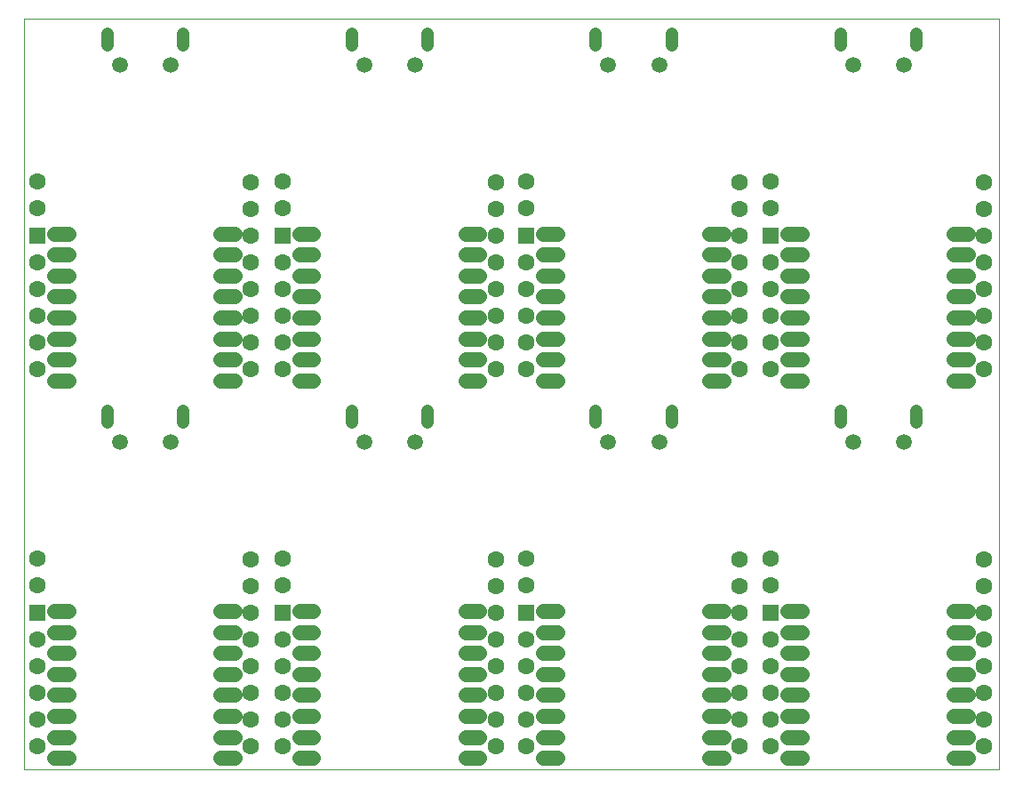
<source format=gbs>
G75*
%MOIN*%
%OFA0B0*%
%FSLAX24Y24*%
%IPPOS*%
%LPD*%
%AMOC8*
5,1,8,0,0,1.08239X$1,22.5*
%
%ADD10C,0.0000*%
%ADD11C,0.0595*%
%ADD12C,0.0477*%
%ADD13C,0.0631*%
%ADD14R,0.0631X0.0631*%
%ADD15C,0.0560*%
D10*
X000881Y000911D02*
X000881Y029051D01*
X037433Y029051D01*
X037433Y000911D01*
X000881Y000911D01*
X003893Y013966D02*
X003893Y014281D01*
X003894Y014298D01*
X003899Y014315D01*
X003906Y014330D01*
X003916Y014344D01*
X003928Y014356D01*
X003942Y014366D01*
X003957Y014373D01*
X003974Y014378D01*
X003991Y014379D01*
X004008Y014378D01*
X004025Y014373D01*
X004040Y014366D01*
X004054Y014356D01*
X004066Y014344D01*
X004076Y014330D01*
X004083Y014315D01*
X004088Y014298D01*
X004089Y014281D01*
X004090Y014281D02*
X004090Y013966D01*
X003991Y013868D02*
X003974Y013869D01*
X003957Y013874D01*
X003942Y013881D01*
X003928Y013891D01*
X003916Y013903D01*
X003906Y013917D01*
X003899Y013932D01*
X003894Y013949D01*
X003893Y013966D01*
X003991Y013868D02*
X004008Y013869D01*
X004025Y013874D01*
X004040Y013881D01*
X004054Y013891D01*
X004066Y013903D01*
X004076Y013917D01*
X004083Y013932D01*
X004088Y013949D01*
X004089Y013966D01*
X006728Y013966D02*
X006728Y014281D01*
X006729Y014298D01*
X006734Y014315D01*
X006741Y014330D01*
X006751Y014344D01*
X006763Y014356D01*
X006777Y014366D01*
X006792Y014373D01*
X006809Y014378D01*
X006826Y014379D01*
X006843Y014378D01*
X006860Y014373D01*
X006875Y014366D01*
X006889Y014356D01*
X006901Y014344D01*
X006911Y014330D01*
X006918Y014315D01*
X006923Y014298D01*
X006924Y014281D01*
X006924Y013966D01*
X006826Y013868D02*
X006809Y013869D01*
X006792Y013874D01*
X006777Y013881D01*
X006763Y013891D01*
X006751Y013903D01*
X006741Y013917D01*
X006734Y013932D01*
X006729Y013949D01*
X006728Y013966D01*
X006826Y013868D02*
X006843Y013869D01*
X006860Y013874D01*
X006875Y013881D01*
X006889Y013891D01*
X006901Y013903D01*
X006911Y013917D01*
X006918Y013932D01*
X006923Y013949D01*
X006924Y013966D01*
X013070Y013966D02*
X013070Y014281D01*
X013071Y014281D02*
X013072Y014298D01*
X013077Y014315D01*
X013084Y014330D01*
X013094Y014344D01*
X013106Y014356D01*
X013120Y014366D01*
X013135Y014373D01*
X013152Y014378D01*
X013169Y014379D01*
X013186Y014378D01*
X013203Y014373D01*
X013218Y014366D01*
X013232Y014356D01*
X013244Y014344D01*
X013254Y014330D01*
X013261Y014315D01*
X013266Y014298D01*
X013267Y014281D01*
X013267Y013966D01*
X013169Y013868D02*
X013152Y013869D01*
X013135Y013874D01*
X013120Y013881D01*
X013106Y013891D01*
X013094Y013903D01*
X013084Y013917D01*
X013077Y013932D01*
X013072Y013949D01*
X013071Y013966D01*
X013169Y013868D02*
X013186Y013869D01*
X013203Y013874D01*
X013218Y013881D01*
X013232Y013891D01*
X013244Y013903D01*
X013254Y013917D01*
X013261Y013932D01*
X013266Y013949D01*
X013267Y013966D01*
X015905Y013966D02*
X015905Y014281D01*
X015906Y014298D01*
X015911Y014315D01*
X015918Y014330D01*
X015928Y014344D01*
X015940Y014356D01*
X015954Y014366D01*
X015969Y014373D01*
X015986Y014378D01*
X016003Y014379D01*
X016020Y014378D01*
X016037Y014373D01*
X016052Y014366D01*
X016066Y014356D01*
X016078Y014344D01*
X016088Y014330D01*
X016095Y014315D01*
X016100Y014298D01*
X016101Y014281D01*
X016102Y014281D02*
X016102Y013966D01*
X016003Y013868D02*
X015986Y013869D01*
X015969Y013874D01*
X015954Y013881D01*
X015940Y013891D01*
X015928Y013903D01*
X015918Y013917D01*
X015911Y013932D01*
X015906Y013949D01*
X015905Y013966D01*
X016003Y013868D02*
X016020Y013869D01*
X016037Y013874D01*
X016052Y013881D01*
X016066Y013891D01*
X016078Y013903D01*
X016088Y013917D01*
X016095Y013932D01*
X016100Y013949D01*
X016101Y013966D01*
X022218Y013966D02*
X022218Y014281D01*
X022219Y014298D01*
X022224Y014315D01*
X022231Y014330D01*
X022241Y014344D01*
X022253Y014356D01*
X022267Y014366D01*
X022282Y014373D01*
X022299Y014378D01*
X022316Y014379D01*
X022333Y014378D01*
X022350Y014373D01*
X022365Y014366D01*
X022379Y014356D01*
X022391Y014344D01*
X022401Y014330D01*
X022408Y014315D01*
X022413Y014298D01*
X022414Y014281D01*
X022415Y014281D02*
X022415Y013966D01*
X022316Y013868D02*
X022299Y013869D01*
X022282Y013874D01*
X022267Y013881D01*
X022253Y013891D01*
X022241Y013903D01*
X022231Y013917D01*
X022224Y013932D01*
X022219Y013949D01*
X022218Y013966D01*
X022316Y013868D02*
X022333Y013869D01*
X022350Y013874D01*
X022365Y013881D01*
X022379Y013891D01*
X022391Y013903D01*
X022401Y013917D01*
X022408Y013932D01*
X022413Y013949D01*
X022414Y013966D01*
X025052Y013966D02*
X025052Y014281D01*
X025053Y014281D02*
X025054Y014298D01*
X025059Y014315D01*
X025066Y014330D01*
X025076Y014344D01*
X025088Y014356D01*
X025102Y014366D01*
X025117Y014373D01*
X025134Y014378D01*
X025151Y014379D01*
X025168Y014378D01*
X025185Y014373D01*
X025200Y014366D01*
X025214Y014356D01*
X025226Y014344D01*
X025236Y014330D01*
X025243Y014315D01*
X025248Y014298D01*
X025249Y014281D01*
X025249Y013966D01*
X025151Y013868D02*
X025134Y013869D01*
X025117Y013874D01*
X025102Y013881D01*
X025088Y013891D01*
X025076Y013903D01*
X025066Y013917D01*
X025059Y013932D01*
X025054Y013949D01*
X025053Y013966D01*
X025151Y013868D02*
X025168Y013869D01*
X025185Y013874D01*
X025200Y013881D01*
X025214Y013891D01*
X025226Y013903D01*
X025236Y013917D01*
X025243Y013932D01*
X025248Y013949D01*
X025249Y013966D01*
X031390Y013966D02*
X031390Y014281D01*
X031391Y014298D01*
X031396Y014315D01*
X031403Y014330D01*
X031413Y014344D01*
X031425Y014356D01*
X031439Y014366D01*
X031454Y014373D01*
X031471Y014378D01*
X031488Y014379D01*
X031505Y014378D01*
X031522Y014373D01*
X031537Y014366D01*
X031551Y014356D01*
X031563Y014344D01*
X031573Y014330D01*
X031580Y014315D01*
X031585Y014298D01*
X031586Y014281D01*
X031586Y013966D01*
X031488Y013868D02*
X031471Y013869D01*
X031454Y013874D01*
X031439Y013881D01*
X031425Y013891D01*
X031413Y013903D01*
X031403Y013917D01*
X031396Y013932D01*
X031391Y013949D01*
X031390Y013966D01*
X031488Y013868D02*
X031505Y013869D01*
X031522Y013874D01*
X031537Y013881D01*
X031551Y013891D01*
X031563Y013903D01*
X031573Y013917D01*
X031580Y013932D01*
X031585Y013949D01*
X031586Y013966D01*
X034224Y013966D02*
X034224Y014281D01*
X034225Y014281D02*
X034226Y014298D01*
X034231Y014315D01*
X034238Y014330D01*
X034248Y014344D01*
X034260Y014356D01*
X034274Y014366D01*
X034289Y014373D01*
X034306Y014378D01*
X034323Y014379D01*
X034340Y014378D01*
X034357Y014373D01*
X034372Y014366D01*
X034386Y014356D01*
X034398Y014344D01*
X034408Y014330D01*
X034415Y014315D01*
X034420Y014298D01*
X034421Y014281D01*
X034421Y013966D01*
X034323Y013868D02*
X034306Y013869D01*
X034289Y013874D01*
X034274Y013881D01*
X034260Y013891D01*
X034248Y013903D01*
X034238Y013917D01*
X034231Y013932D01*
X034226Y013949D01*
X034225Y013966D01*
X034323Y013868D02*
X034340Y013869D01*
X034357Y013874D01*
X034372Y013881D01*
X034386Y013891D01*
X034398Y013903D01*
X034408Y013917D01*
X034415Y013932D01*
X034420Y013949D01*
X034421Y013966D01*
X034421Y028110D02*
X034421Y028425D01*
X034323Y028523D02*
X034306Y028522D01*
X034289Y028517D01*
X034274Y028510D01*
X034260Y028500D01*
X034248Y028488D01*
X034238Y028474D01*
X034231Y028459D01*
X034226Y028442D01*
X034225Y028425D01*
X034224Y028425D02*
X034224Y028110D01*
X034225Y028110D02*
X034226Y028093D01*
X034231Y028076D01*
X034238Y028061D01*
X034248Y028047D01*
X034260Y028035D01*
X034274Y028025D01*
X034289Y028018D01*
X034306Y028013D01*
X034323Y028012D01*
X034340Y028013D01*
X034357Y028018D01*
X034372Y028025D01*
X034386Y028035D01*
X034398Y028047D01*
X034408Y028061D01*
X034415Y028076D01*
X034420Y028093D01*
X034421Y028110D01*
X034421Y028425D02*
X034420Y028442D01*
X034415Y028459D01*
X034408Y028474D01*
X034398Y028488D01*
X034386Y028500D01*
X034372Y028510D01*
X034357Y028517D01*
X034340Y028522D01*
X034323Y028523D01*
X031586Y028425D02*
X031586Y028110D01*
X031488Y028012D02*
X031471Y028013D01*
X031454Y028018D01*
X031439Y028025D01*
X031425Y028035D01*
X031413Y028047D01*
X031403Y028061D01*
X031396Y028076D01*
X031391Y028093D01*
X031390Y028110D01*
X031390Y028425D01*
X031391Y028442D01*
X031396Y028459D01*
X031403Y028474D01*
X031413Y028488D01*
X031425Y028500D01*
X031439Y028510D01*
X031454Y028517D01*
X031471Y028522D01*
X031488Y028523D01*
X031505Y028522D01*
X031522Y028517D01*
X031537Y028510D01*
X031551Y028500D01*
X031563Y028488D01*
X031573Y028474D01*
X031580Y028459D01*
X031585Y028442D01*
X031586Y028425D01*
X031586Y028110D02*
X031585Y028093D01*
X031580Y028076D01*
X031573Y028061D01*
X031563Y028047D01*
X031551Y028035D01*
X031537Y028025D01*
X031522Y028018D01*
X031505Y028013D01*
X031488Y028012D01*
X025249Y028110D02*
X025249Y028425D01*
X025151Y028523D02*
X025134Y028522D01*
X025117Y028517D01*
X025102Y028510D01*
X025088Y028500D01*
X025076Y028488D01*
X025066Y028474D01*
X025059Y028459D01*
X025054Y028442D01*
X025053Y028425D01*
X025052Y028425D02*
X025052Y028110D01*
X025053Y028110D02*
X025054Y028093D01*
X025059Y028076D01*
X025066Y028061D01*
X025076Y028047D01*
X025088Y028035D01*
X025102Y028025D01*
X025117Y028018D01*
X025134Y028013D01*
X025151Y028012D01*
X025168Y028013D01*
X025185Y028018D01*
X025200Y028025D01*
X025214Y028035D01*
X025226Y028047D01*
X025236Y028061D01*
X025243Y028076D01*
X025248Y028093D01*
X025249Y028110D01*
X025249Y028425D02*
X025248Y028442D01*
X025243Y028459D01*
X025236Y028474D01*
X025226Y028488D01*
X025214Y028500D01*
X025200Y028510D01*
X025185Y028517D01*
X025168Y028522D01*
X025151Y028523D01*
X022415Y028425D02*
X022415Y028110D01*
X022316Y028012D02*
X022299Y028013D01*
X022282Y028018D01*
X022267Y028025D01*
X022253Y028035D01*
X022241Y028047D01*
X022231Y028061D01*
X022224Y028076D01*
X022219Y028093D01*
X022218Y028110D01*
X022218Y028425D01*
X022219Y028442D01*
X022224Y028459D01*
X022231Y028474D01*
X022241Y028488D01*
X022253Y028500D01*
X022267Y028510D01*
X022282Y028517D01*
X022299Y028522D01*
X022316Y028523D01*
X022333Y028522D01*
X022350Y028517D01*
X022365Y028510D01*
X022379Y028500D01*
X022391Y028488D01*
X022401Y028474D01*
X022408Y028459D01*
X022413Y028442D01*
X022414Y028425D01*
X022414Y028110D02*
X022413Y028093D01*
X022408Y028076D01*
X022401Y028061D01*
X022391Y028047D01*
X022379Y028035D01*
X022365Y028025D01*
X022350Y028018D01*
X022333Y028013D01*
X022316Y028012D01*
X016102Y028110D02*
X016102Y028425D01*
X016003Y028523D02*
X015986Y028522D01*
X015969Y028517D01*
X015954Y028510D01*
X015940Y028500D01*
X015928Y028488D01*
X015918Y028474D01*
X015911Y028459D01*
X015906Y028442D01*
X015905Y028425D01*
X015905Y028110D01*
X015906Y028093D01*
X015911Y028076D01*
X015918Y028061D01*
X015928Y028047D01*
X015940Y028035D01*
X015954Y028025D01*
X015969Y028018D01*
X015986Y028013D01*
X016003Y028012D01*
X016020Y028013D01*
X016037Y028018D01*
X016052Y028025D01*
X016066Y028035D01*
X016078Y028047D01*
X016088Y028061D01*
X016095Y028076D01*
X016100Y028093D01*
X016101Y028110D01*
X016101Y028425D02*
X016100Y028442D01*
X016095Y028459D01*
X016088Y028474D01*
X016078Y028488D01*
X016066Y028500D01*
X016052Y028510D01*
X016037Y028517D01*
X016020Y028522D01*
X016003Y028523D01*
X013267Y028425D02*
X013267Y028110D01*
X013169Y028012D02*
X013152Y028013D01*
X013135Y028018D01*
X013120Y028025D01*
X013106Y028035D01*
X013094Y028047D01*
X013084Y028061D01*
X013077Y028076D01*
X013072Y028093D01*
X013071Y028110D01*
X013070Y028110D02*
X013070Y028425D01*
X013071Y028425D02*
X013072Y028442D01*
X013077Y028459D01*
X013084Y028474D01*
X013094Y028488D01*
X013106Y028500D01*
X013120Y028510D01*
X013135Y028517D01*
X013152Y028522D01*
X013169Y028523D01*
X013186Y028522D01*
X013203Y028517D01*
X013218Y028510D01*
X013232Y028500D01*
X013244Y028488D01*
X013254Y028474D01*
X013261Y028459D01*
X013266Y028442D01*
X013267Y028425D01*
X013267Y028110D02*
X013266Y028093D01*
X013261Y028076D01*
X013254Y028061D01*
X013244Y028047D01*
X013232Y028035D01*
X013218Y028025D01*
X013203Y028018D01*
X013186Y028013D01*
X013169Y028012D01*
X006924Y028110D02*
X006924Y028425D01*
X006826Y028523D02*
X006809Y028522D01*
X006792Y028517D01*
X006777Y028510D01*
X006763Y028500D01*
X006751Y028488D01*
X006741Y028474D01*
X006734Y028459D01*
X006729Y028442D01*
X006728Y028425D01*
X006728Y028110D01*
X006729Y028093D01*
X006734Y028076D01*
X006741Y028061D01*
X006751Y028047D01*
X006763Y028035D01*
X006777Y028025D01*
X006792Y028018D01*
X006809Y028013D01*
X006826Y028012D01*
X006843Y028013D01*
X006860Y028018D01*
X006875Y028025D01*
X006889Y028035D01*
X006901Y028047D01*
X006911Y028061D01*
X006918Y028076D01*
X006923Y028093D01*
X006924Y028110D01*
X006924Y028425D02*
X006923Y028442D01*
X006918Y028459D01*
X006911Y028474D01*
X006901Y028488D01*
X006889Y028500D01*
X006875Y028510D01*
X006860Y028517D01*
X006843Y028522D01*
X006826Y028523D01*
X004090Y028425D02*
X004090Y028110D01*
X003991Y028012D02*
X003974Y028013D01*
X003957Y028018D01*
X003942Y028025D01*
X003928Y028035D01*
X003916Y028047D01*
X003906Y028061D01*
X003899Y028076D01*
X003894Y028093D01*
X003893Y028110D01*
X003893Y028425D01*
X003894Y028442D01*
X003899Y028459D01*
X003906Y028474D01*
X003916Y028488D01*
X003928Y028500D01*
X003942Y028510D01*
X003957Y028517D01*
X003974Y028522D01*
X003991Y028523D01*
X004008Y028522D01*
X004025Y028517D01*
X004040Y028510D01*
X004054Y028500D01*
X004066Y028488D01*
X004076Y028474D01*
X004083Y028459D01*
X004088Y028442D01*
X004089Y028425D01*
X004089Y028110D02*
X004088Y028093D01*
X004083Y028076D01*
X004076Y028061D01*
X004066Y028047D01*
X004054Y028035D01*
X004040Y028025D01*
X004025Y028018D01*
X004008Y028013D01*
X003991Y028012D01*
D11*
X004454Y027322D03*
X006363Y027322D03*
X013631Y027322D03*
X015541Y027322D03*
X022779Y027322D03*
X024688Y027322D03*
X031951Y027322D03*
X033860Y027322D03*
X033860Y013179D03*
X031951Y013179D03*
X024688Y013179D03*
X022779Y013179D03*
X015541Y013179D03*
X013631Y013179D03*
X006363Y013179D03*
X004454Y013179D03*
D12*
X003991Y013905D02*
X003991Y014342D01*
X006826Y014342D02*
X006826Y013905D01*
X013169Y013905D02*
X013169Y014342D01*
X016003Y014342D02*
X016003Y013905D01*
X022316Y013905D02*
X022316Y014342D01*
X025151Y014342D02*
X025151Y013905D01*
X031488Y013905D02*
X031488Y014342D01*
X034323Y014342D02*
X034323Y013905D01*
X034323Y028049D02*
X034323Y028486D01*
X031488Y028486D02*
X031488Y028049D01*
X025151Y028049D02*
X025151Y028486D01*
X022316Y028486D02*
X022316Y028049D01*
X016003Y028049D02*
X016003Y028486D01*
X013169Y028486D02*
X013169Y028049D01*
X006826Y028049D02*
X006826Y028486D01*
X003991Y028486D02*
X003991Y028049D01*
D13*
X001381Y022955D03*
X001381Y021955D03*
X001381Y019905D03*
X001381Y018905D03*
X001381Y017905D03*
X001381Y016905D03*
X001381Y015905D03*
X009381Y015905D03*
X009381Y016905D03*
X010558Y016905D03*
X010558Y015905D03*
X010558Y017905D03*
X010558Y018905D03*
X010558Y019905D03*
X009381Y019905D03*
X009381Y018905D03*
X009381Y017905D03*
X009381Y020905D03*
X009381Y021905D03*
X009381Y022905D03*
X010558Y022955D03*
X010558Y021955D03*
X018558Y021905D03*
X018558Y022905D03*
X019706Y022955D03*
X019706Y021955D03*
X018558Y020905D03*
X018558Y019905D03*
X018558Y018905D03*
X018558Y017905D03*
X019706Y017905D03*
X019706Y018905D03*
X019706Y019905D03*
X019706Y016905D03*
X019706Y015905D03*
X018558Y015905D03*
X018558Y016905D03*
X027706Y016905D03*
X027706Y015905D03*
X028878Y015905D03*
X028878Y016905D03*
X028878Y017905D03*
X028878Y018905D03*
X028878Y019905D03*
X027706Y019905D03*
X027706Y018905D03*
X027706Y017905D03*
X027706Y020905D03*
X027706Y021905D03*
X027706Y022905D03*
X028878Y022955D03*
X028878Y021955D03*
X036878Y021905D03*
X036878Y022905D03*
X036878Y020905D03*
X036878Y019905D03*
X036878Y018905D03*
X036878Y017905D03*
X036878Y016905D03*
X036878Y015905D03*
X036878Y008761D03*
X036878Y007761D03*
X036878Y006761D03*
X036878Y005761D03*
X036878Y004761D03*
X036878Y003761D03*
X036878Y002761D03*
X036878Y001761D03*
X028878Y001761D03*
X027706Y001761D03*
X027706Y002761D03*
X027706Y003761D03*
X027706Y004761D03*
X028878Y004761D03*
X028878Y003761D03*
X028878Y002761D03*
X028878Y005761D03*
X027706Y005761D03*
X027706Y006761D03*
X027706Y007761D03*
X028878Y007811D03*
X028878Y008811D03*
X027706Y008761D03*
X019706Y008811D03*
X018558Y008761D03*
X018558Y007761D03*
X018558Y006761D03*
X018558Y005761D03*
X019706Y005761D03*
X019706Y004761D03*
X019706Y003761D03*
X019706Y002761D03*
X018558Y002761D03*
X018558Y003761D03*
X018558Y004761D03*
X018558Y001761D03*
X019706Y001761D03*
X019706Y007811D03*
X010558Y007811D03*
X009381Y007761D03*
X009381Y006761D03*
X009381Y005761D03*
X010558Y005761D03*
X010558Y004761D03*
X010558Y003761D03*
X010558Y002761D03*
X009381Y002761D03*
X009381Y003761D03*
X009381Y004761D03*
X009381Y001761D03*
X010558Y001761D03*
X010558Y008811D03*
X009381Y008761D03*
X001381Y008811D03*
X001381Y007811D03*
X001381Y005761D03*
X001381Y004761D03*
X001381Y003761D03*
X001381Y002761D03*
X001381Y001761D03*
D14*
X001381Y006761D03*
X010558Y006761D03*
X019706Y006761D03*
X028878Y006761D03*
X028878Y020905D03*
X019706Y020905D03*
X010558Y020905D03*
X001381Y020905D03*
D15*
X002013Y020987D02*
X002533Y020987D01*
X002533Y020200D02*
X002013Y020200D01*
X002013Y019412D02*
X002533Y019412D01*
X002533Y018625D02*
X002013Y018625D01*
X002013Y017837D02*
X002533Y017837D01*
X002533Y017050D02*
X002013Y017050D01*
X002013Y016263D02*
X002533Y016263D01*
X002533Y015475D02*
X002013Y015475D01*
X008241Y015475D02*
X008761Y015475D01*
X008761Y016263D02*
X008241Y016263D01*
X008241Y017050D02*
X008761Y017050D01*
X008761Y017837D02*
X008241Y017837D01*
X008241Y018625D02*
X008761Y018625D01*
X008761Y019412D02*
X008241Y019412D01*
X008241Y020200D02*
X008761Y020200D01*
X008761Y020987D02*
X008241Y020987D01*
X011190Y020987D02*
X011710Y020987D01*
X011710Y020200D02*
X011190Y020200D01*
X011190Y019412D02*
X011710Y019412D01*
X011710Y018625D02*
X011190Y018625D01*
X011190Y017837D02*
X011710Y017837D01*
X011710Y017050D02*
X011190Y017050D01*
X011190Y016263D02*
X011710Y016263D01*
X011710Y015475D02*
X011190Y015475D01*
X017419Y015475D02*
X017939Y015475D01*
X017939Y016263D02*
X017419Y016263D01*
X017419Y017050D02*
X017939Y017050D01*
X017939Y017837D02*
X017419Y017837D01*
X017419Y018625D02*
X017939Y018625D01*
X017939Y019412D02*
X017419Y019412D01*
X017419Y020200D02*
X017939Y020200D01*
X017939Y020987D02*
X017419Y020987D01*
X020337Y020987D02*
X020857Y020987D01*
X020857Y020200D02*
X020337Y020200D01*
X020337Y019412D02*
X020857Y019412D01*
X020857Y018625D02*
X020337Y018625D01*
X020337Y017837D02*
X020857Y017837D01*
X020857Y017050D02*
X020337Y017050D01*
X020337Y016263D02*
X020857Y016263D01*
X020857Y015475D02*
X020337Y015475D01*
X026566Y015475D02*
X027086Y015475D01*
X027086Y016263D02*
X026566Y016263D01*
X026566Y017050D02*
X027086Y017050D01*
X027086Y017837D02*
X026566Y017837D01*
X026566Y018625D02*
X027086Y018625D01*
X027086Y019412D02*
X026566Y019412D01*
X026566Y020200D02*
X027086Y020200D01*
X027086Y020987D02*
X026566Y020987D01*
X029509Y020987D02*
X030029Y020987D01*
X030029Y020200D02*
X029509Y020200D01*
X029509Y019412D02*
X030029Y019412D01*
X030029Y018625D02*
X029509Y018625D01*
X029509Y017837D02*
X030029Y017837D01*
X030029Y017050D02*
X029509Y017050D01*
X029509Y016263D02*
X030029Y016263D01*
X030029Y015475D02*
X029509Y015475D01*
X035738Y015475D02*
X036258Y015475D01*
X036258Y016263D02*
X035738Y016263D01*
X035738Y017050D02*
X036258Y017050D01*
X036258Y017837D02*
X035738Y017837D01*
X035738Y018625D02*
X036258Y018625D01*
X036258Y019412D02*
X035738Y019412D01*
X035738Y020200D02*
X036258Y020200D01*
X036258Y020987D02*
X035738Y020987D01*
X035738Y006843D02*
X036258Y006843D01*
X036258Y006056D02*
X035738Y006056D01*
X035738Y005269D02*
X036258Y005269D01*
X036258Y004481D02*
X035738Y004481D01*
X035738Y003694D02*
X036258Y003694D01*
X036258Y002906D02*
X035738Y002906D01*
X035738Y002119D02*
X036258Y002119D01*
X036258Y001331D02*
X035738Y001331D01*
X030029Y001331D02*
X029509Y001331D01*
X029509Y002119D02*
X030029Y002119D01*
X030029Y002906D02*
X029509Y002906D01*
X029509Y003694D02*
X030029Y003694D01*
X030029Y004481D02*
X029509Y004481D01*
X029509Y005269D02*
X030029Y005269D01*
X030029Y006056D02*
X029509Y006056D01*
X029509Y006843D02*
X030029Y006843D01*
X027086Y006843D02*
X026566Y006843D01*
X026566Y006056D02*
X027086Y006056D01*
X027086Y005269D02*
X026566Y005269D01*
X026566Y004481D02*
X027086Y004481D01*
X027086Y003694D02*
X026566Y003694D01*
X026566Y002906D02*
X027086Y002906D01*
X027086Y002119D02*
X026566Y002119D01*
X026566Y001331D02*
X027086Y001331D01*
X020857Y001331D02*
X020337Y001331D01*
X020337Y002119D02*
X020857Y002119D01*
X020857Y002906D02*
X020337Y002906D01*
X020337Y003694D02*
X020857Y003694D01*
X020857Y004481D02*
X020337Y004481D01*
X020337Y005269D02*
X020857Y005269D01*
X020857Y006056D02*
X020337Y006056D01*
X020337Y006843D02*
X020857Y006843D01*
X017939Y006843D02*
X017419Y006843D01*
X017419Y006056D02*
X017939Y006056D01*
X017939Y005269D02*
X017419Y005269D01*
X017419Y004481D02*
X017939Y004481D01*
X017939Y003694D02*
X017419Y003694D01*
X017419Y002906D02*
X017939Y002906D01*
X017939Y002119D02*
X017419Y002119D01*
X017419Y001331D02*
X017939Y001331D01*
X011710Y001331D02*
X011190Y001331D01*
X011190Y002119D02*
X011710Y002119D01*
X011710Y002906D02*
X011190Y002906D01*
X011190Y003694D02*
X011710Y003694D01*
X011710Y004481D02*
X011190Y004481D01*
X011190Y005269D02*
X011710Y005269D01*
X011710Y006056D02*
X011190Y006056D01*
X011190Y006843D02*
X011710Y006843D01*
X008761Y006843D02*
X008241Y006843D01*
X008241Y006056D02*
X008761Y006056D01*
X008761Y005269D02*
X008241Y005269D01*
X008241Y004481D02*
X008761Y004481D01*
X008761Y003694D02*
X008241Y003694D01*
X008241Y002906D02*
X008761Y002906D01*
X008761Y002119D02*
X008241Y002119D01*
X008241Y001331D02*
X008761Y001331D01*
X002533Y001331D02*
X002013Y001331D01*
X002013Y002119D02*
X002533Y002119D01*
X002533Y002906D02*
X002013Y002906D01*
X002013Y003694D02*
X002533Y003694D01*
X002533Y004481D02*
X002013Y004481D01*
X002013Y005269D02*
X002533Y005269D01*
X002533Y006056D02*
X002013Y006056D01*
X002013Y006843D02*
X002533Y006843D01*
M02*

</source>
